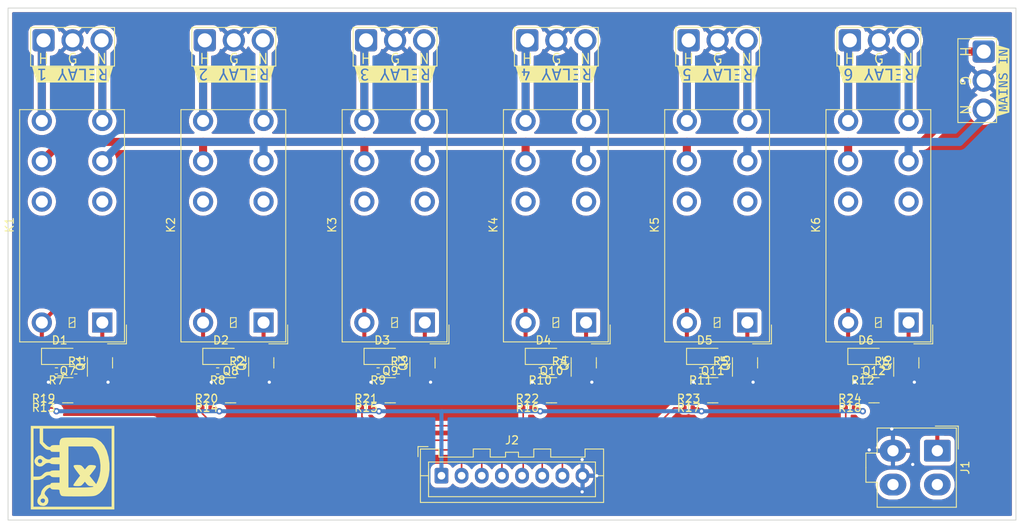
<source format=kicad_pcb>
(kicad_pcb (version 20211014) (generator pcbnew)
  (layers (0 "F.Cu" signal) (31 "B.Cu" signal) (34 "B.Paste" user) (35 "F.Paste" user) (36 "B.SilkS" user "B.Silkscreen") (37 "F.SilkS" user "F.Silkscreen") (38 "B.Mask" user) (39 "F.Mask" user) (44 "Edge.Cuts" user))
  (net 0 "")
  (net 1 "VCC")
  (net 2 "Net-(D1-Pad2)")
  (net 3 "Net-(D2-Pad2)")
  (net 4 "Net-(D3-Pad2)")
  (net 5 "Net-(D4-Pad2)")
  (net 6 "Net-(D5-Pad2)")
  (net 7 "Net-(D6-Pad2)")
  (net 8 "VPWR")
  (net 9 "GND")
  (net 10 "+30V")
  (net 11 "VDD")
  (net 12 "/MAINS-1")
  (net 13 "/MAINS-2")
  (net 14 "/MAINS-3")
  (net 15 "/MAINS-4")
  (net 16 "/MAINS-5")
  (net 17 "/MAINS-6")
  (net 19 "Net-(K1-Pad3)")
  (net 20 "Net-(K1-Pad4)")
  (net 21 "Net-(K1-Pad5)")
  (net 22 "Net-(K1-Pad6)")
  (net 25 "Net-(K2-Pad4)")
  (net 26 "Net-(K2-Pad5)")
  (net 29 "Net-(K3-Pad4)")
  (net 30 "Net-(K3-Pad5)")
  (net 33 "Net-(K4-Pad4)")
  (net 34 "Net-(K4-Pad5)")
  (net 37 "Net-(K5-Pad4)")
  (net 38 "Net-(K5-Pad5)")
  (net 41 "Net-(K6-Pad4)")
  (net 42 "Net-(K6-Pad5)")
  (net 44 "Net-(Q1-Pad1)")
  (net 45 "Net-(Q2-Pad1)")
  (net 46 "Net-(Q3-Pad1)")
  (net 47 "Net-(Q4-Pad1)")
  (net 48 "Net-(Q5-Pad1)")
  (net 49 "Net-(Q6-Pad1)")
  (net 50 "Net-(Q7-Pad2)")
  (net 51 "Net-(Q7-Pad3)")
  (net 52 "Net-(Q8-Pad2)")
  (net 53 "Net-(Q8-Pad3)")
  (net 54 "Net-(Q9-Pad2)")
  (net 55 "Net-(Q9-Pad3)")
  (net 56 "Net-(Q10-Pad2)")
  (net 57 "Net-(Q10-Pad3)")
  (net 58 "Net-(Q11-Pad2)")
  (net 59 "Net-(Q11-Pad3)")
  (net 60 "Net-(Q12-Pad2)")
  (net 61 "Net-(Q12-Pad3)")
  (footprint "Diode_SMD:D_SOD-123" (layer "F.Cu") (at 98.4 64.2)
    (fp_text reference "D4")
    (fp_text value "GP DIODE")
  )
  (footprint "Daxxn_Logos_Art:Daxxn_Logo_N" (layer "F.Cu") (at 40 78)
    (fp_text reference "LOGO1" hide)
    (fp_text value "LOGO" hide)
  )
  (footprint "Package_TO_SOT_SMD:SOT-23" (layer "F.Cu") (at 103.4 65 90)
    (fp_text reference "Q4")
    (fp_text value "SSM3K361R_SOT23F")
  )
  (footprint "Package_TO_SOT_SMD:SOT-23" (layer "F.Cu") (at 119.4 68.4)
    (fp_text reference "Q11")
    (fp_text value "MMBT2222A")
  )
  (footprint "Diode_SMD:D_SOD-123" (layer "F.Cu") (at 58.4 64.2)
    (fp_text reference "D2")
    (fp_text value "GP DIODE")
  )
  (footprint "Resistor_SMD:R_0402_1005Metric" (layer "F.Cu") (at 56.6 69.4 180)
    (fp_text reference "R14")
    (fp_text value "1K")
  )
  (footprint "Resistor_SMD:R_0402_1005Metric" (layer "F.Cu") (at 136.4 69.4 180)
    (fp_text reference "R18")
    (fp_text value "1K")
  )
  (footprint "Resistor_SMD:R_0402_1005Metric" (layer "F.Cu") (at 36.4 69.4 180)
    (fp_text reference "R13")
    (fp_text value "1K")
  )
  (footprint "Connector_JST:JST_XA_B08B-XASK-1_1x08_P2.50mm_Vertical" (layer "F.Cu") (at 85.75 79)
    (fp_text reference "J2")
    (fp_text value "MB-CONN")
  )
  (footprint "Daxxn_Connectors:AC-EARTH-DIRECT-WIRE" (layer "F.Cu") (at 40 25)
    (fp_text reference "MAINS1")
    (fp_text value "MAINS-OUT-1")
  )
  (footprint "Package_TO_SOT_SMD:SOT-23" (layer "F.Cu") (at 43.4 65 90)
    (fp_text reference "Q1")
    (fp_text value "SSM3K361R_SOT23F")
  )
  (footprint "Resistor_SMD:R_0402_1005Metric" (layer "F.Cu") (at 120.4 66)
    (fp_text reference "R5")
    (fp_text value "100")
  )
  (footprint "Resistor_SMD:R_0402_1005Metric" (layer "F.Cu") (at 138 66 180)
    (fp_text reference "R12")
    (fp_text value "10K")
  )
  (footprint "Resistor_SMD:R_0402_1005Metric" (layer "F.Cu") (at 100.4 66)
    (fp_text reference "R4")
    (fp_text value "100")
  )
  (footprint "Relay_THT:Relay_DPDT_Panasonic_JW2" (layer "F.Cu") (at 143.6875 60 90)
    (fp_text reference "K6")
    (fp_text value "JW2SN")
  )
  (footprint "Package_TO_SOT_SMD:SOT-23" (layer "F.Cu") (at 139.4 68.4)
    (fp_text reference "Q12")
    (fp_text value "MMBT2222A")
  )
  (footprint "Diode_SMD:D_SOD-123" (layer "F.Cu") (at 38.4 64.2)
    (fp_text reference "D1")
    (fp_text value "GP DIODE")
  )
  (footprint "Resistor_SMD:R_0402_1005Metric" (layer "F.Cu") (at 96.4 69.4 180)
    (fp_text reference "R16")
    (fp_text value "1K")
  )
  (footprint "Package_TO_SOT_SMD:SOT-23" (layer "F.Cu") (at 63.4 65 90)
    (fp_text reference "Q2")
    (fp_text value "SSM3K361R_SOT23F")
  )
  (footprint "Resistor_SMD:R_0402_1005Metric" (layer "F.Cu") (at 116.4 70.6)
    (fp_text reference "R23")
    (fp_text value "10K")
  )
  (footprint "Resistor_SMD:R_0402_1005Metric" (layer "F.Cu") (at 96.4 70.6)
    (fp_text reference "R22")
    (fp_text value "10K")
  )
  (footprint "Relay_THT:Relay_DPDT_Panasonic_JW2" (layer "F.Cu") (at 43.6875 60 90)
    (fp_text reference "K1")
    (fp_text value "JW2SN")
  )
  (footprint "Package_TO_SOT_SMD:SOT-23" (layer "F.Cu") (at 83.4 65 90)
    (fp_text reference "Q3")
    (fp_text value "SSM3K361R_SOT23F")
  )
  (footprint "Relay_THT:Relay_DPDT_Panasonic_JW2" (layer "F.Cu") (at 123.6875 60 90)
    (fp_text reference "K5")
    (fp_text value "JW2SN")
  )
  (footprint "Package_TO_SOT_SMD:SOT-23" (layer "F.Cu") (at 123.4 65 90)
    (fp_text reference "Q5")
    (fp_text value "SSM3K361R_SOT23F")
  )
  (footprint "Resistor_SMD:R_0402_1005Metric" (layer "F.Cu") (at 117.9 66 180)
    (fp_text reference "R11")
    (fp_text value "10K")
  )
  (footprint "kibuzzard-63F40C7D" (layer "F.Cu") (at 155.4 30 90)
    (fp_text reference "kibuzzard-63F40C7D" hide)
    (fp_text value "G***" hide)
  )
  (footprint "Resistor_SMD:R_0402_1005Metric" (layer "F.Cu") (at 56.6 70.6)
    (fp_text reference "R20")
    (fp_text value "10K")
  )
  (footprint "Daxxn_Connectors:4-Pin_Molex_Mini-Fit_Jr_Vertical" (layer "F.Cu") (at 147.25 75.9 -90)
    (fp_text reference "J1")
    (fp_text value "PWR-CONN")
  )
  (footprint "kibuzzard-63F40C44" (layer "F.Cu") (at 100 29.25 180)
    (fp_text reference "kibuzzard-63F40C44" hide)
    (fp_text value "G***" hide)
  )
  (footprint "Resistor_SMD:R_0402_1005Metric" (layer "F.Cu") (at 36.4 70.6)
    (fp_text reference "R19")
    (fp_text value "10K")
  )
  (footprint "Resistor_SMD:R_0402_1005Metric" (layer "F.Cu") (at 98 66 180)
    (fp_text reference "R10")
    (fp_text value "10K")
  )
  (footprint "Resistor_SMD:R_0402_1005Metric" (layer "F.Cu") (at 140.4 66)
    (fp_text reference "R6")
    (fp_text value "100")
  )
  (footprint "Diode_SMD:D_SOD-123" (layer "F.Cu") (at 138.4 64.2)
    (fp_text reference "D6")
    (fp_text value "GP DIODE")
  )
  (footprint "Resistor_SMD:R_0402_1005Metric" (layer "F.Cu") (at 40.4 66)
    (fp_text reference "R1")
    (fp_text value "100")
  )
  (footprint "Package_TO_SOT_SMD:SOT-23" (layer "F.Cu") (at 79.4 68.4)
    (fp_text reference "Q9")
    (fp_text value "MMBT2222A")
  )
  (footprint "Resistor_SMD:R_0402_1005Metric" (layer "F.Cu") (at 136.4 70.6)
    (fp_text reference "R24")
    (fp_text value "10K")
  )
  (footprint "Daxxn_Connectors:AC-EARTH-DIRECT-WIRE" (layer "F.Cu") (at 120 25)
    (fp_text reference "MAINS5")
    (fp_text value "MAINS-OUT-5")
  )
  (footprint "Daxxn_Connectors:AC-EARTH-DIRECT-WIRE" (layer "F.Cu") (at 140 25)
    (fp_text reference "MAINS6")
    (fp_text value "MAINS-OUT-6")
  )
  (footprint "kibuzzard-63F40C51" (layer "F.Cu") (at 60 29.25 180)
    (fp_text reference "kibuzzard-63F40C51" hide)
    (fp_text value "G***" hide)
  )
  (footprint "Package_TO_SOT_SMD:SOT-23" (layer "F.Cu") (at 99.4 68.4)
    (fp_text reference "Q10")
    (fp_text value "MMBT2222A")
  )
  (footprint "Daxxn_Connectors:AC-EARTH-DIRECT-WIRE" (layer "F.Cu") (at 60 25)
    (fp_text reference "MAINS2")
    (fp_text value "MAINS-OUT-2")
  )
  (footprint "Resistor_SMD:R_0402_1005Metric" (layer "F.Cu") (at 77.9 66 180)
    (fp_text reference "R9")
    (fp_text value "10K")
  )
  (footprint "Package_TO_SOT_SMD:SOT-23" (layer "F.Cu") (at 39.4 68.4)
    (fp_text reference "Q7")
    (fp_text value "MMBT2222A")
  )
  (footprint "kibuzzard-63F40C57" (layer "F.Cu") (at 40 29.25 180)
    (fp_text reference "kibuzzard-63F40C57" hide)
    (fp_text value "G***" hide)
  )
  (footprint "Relay_THT:Relay_DPDT_Panasonic_JW2" (layer "F.Cu") (at 103.6875 60 90)
    (fp_text reference "K4")
    (fp_text value "JW2SN")
  )
  (footprint "Resistor_SMD:R_0402_1005Metric" (layer "F.Cu") (at 58 66 180)
    (fp_text reference "R8")
    (fp_text value "10K")
  )
  (footprint "Diode_SMD:D_SOD-123" (layer "F.Cu") (at 78.4 64.2)
    (fp_text reference "D3")
    (fp_text value "GP DIODE")
  )
  (footprint "Daxxn_Connectors:AC-EARTH-DIRECT-WIRE" (layer "F.Cu") (at 80 25)
    (fp_text reference "MAINS-3")
    (fp_text value "MAINS-OUT-3")
  )
  (footprint "Resistor_SMD:R_0402_1005Metric" (layer "F.Cu") (at 80.4 66)
    (fp_text reference "R3")
    (fp_text value "100")
  )
  (footprint "Relay_THT:Relay_DPDT_Panasonic_JW2" (layer "F.Cu") (at 83.6875 60 90)
    (fp_text reference "K3")
    (fp_text value "JW2SN")
  )
  (footprint "Resistor_SMD:R_0402_1005Metric" (layer "F.Cu") (at 116.4 69.4 180)
    (fp_text reference "R17")
    (fp_text value "1K")
  )
  (footprint "Diode_SMD:D_SOD-123" (layer "F.Cu") (at 118.4 64.2)
    (fp_text reference "D5")
    (fp_text value "GP DIODE")
  )
  (footprint "kibuzzard-63F40C4B" (layer "F.Cu") (at 80 29.25 180)
    (fp_text reference "kibuzzard-63F40C4B" hide)
    (fp_text value "G***" hide)
  )
  (footprint "Resistor_SMD:R_0402_1005Metric" (layer "F.Cu") (at 38 66 180)
    (fp_text reference "R7")
    (fp_text value "10K")
  )
  (footprint "Package_TO_SOT_SMD:SOT-23" (layer "F.Cu") (at 59.6 68.4)
    (fp_text reference "Q8")
    (fp_text value "MMBT2222A")
  )
  (footprint "kibuzzard-63F40C3C" (layer "F.Cu") (at 140 29.25 180)
    (fp_text reference "kibuzzard-63F40C3C" hide)
    (fp_text value "G***" hide)
  )
  (footprint "Package_TO_SOT_SMD:SOT-23" (layer "F.Cu") (at 143.4 65 90)
    (fp_text reference "Q6")
    (fp_text value "SSM3K361R_SOT23F")
  )
  (footprint "Relay_THT:Relay_DPDT_Panasonic_JW2" (layer "F.Cu") (at 63.6875 60 90)
    (fp_text reference "K2")
    (fp_text value "JW2SN")
  )
  (footprint "Resistor_SMD:R_0402_1005Metric" (layer "F.Cu") (at 60.4 66)
    (fp_text reference "R2")
    (fp_text value "100")
  )
  (footprint "Resistor_SMD:R_0402_1005Metric" (layer "F.Cu") (at 76.4 69.4 180)
    (fp_text reference "R15")
    (fp_text value "1K")
  )
  (footprint "Resistor_SMD:R_0402_1005Metric" (layer "F.Cu") (at 76.4 70.6)
    (fp_text reference "R21")
    (fp_text value "10K")
  )
  (footprint "kibuzzard-63F40C33" (layer "F.Cu") (at 120 29.25 180)
    (fp_text reference "kibuzzard-63F40C33" hide)
    (fp_text value "G***" hide)
  )
  (footprint "Daxxn_Connectors:AC-EARTH-DIRECT-WIRE" (layer "F.Cu") (at 153 30 -90)
    (fp_text reference "MAINS0")
    (fp_text value "MAINS-IN")
  )
  (footprint "Daxxn_Connectors:AC-EARTH-DIRECT-WIRE" (layer "F.Cu") (at 100 25)
    (fp_text reference "MAINS4")
    (fp_text value "MAINS-OUT-4")
  )
  (gr_rect (start 32 21) (end 157 84.5) (layer "Edge.Cuts") (width 0.1) (fill none))
  (segment (start 56.1875 60) (end 56.1875 57.1875) (width 0.5) (layer "F.Cu") (net 1))
  (segment (start 37.49 66) (end 37 66) (width 0.2) (layer "F.Cu") (net 1))
  (segment (start 116 57) (end 96 57) (width 0.5) (layer "F.Cu") (net 1))
  (segment (start 116 57) (end 136 57) (width 0.5) (layer "F.Cu") (net 1))
  (segment (start 136.75 62.75) (end 136.75 64.2) (width 0.5) (layer "F.Cu") (net 1))
  (segment (start 137.49 66) (end 137 66) (width 0.2) (layer "F.Cu") (net 1))
  (segment (start 36.75 65.75) (end 36.75 64.2) (width 0.2) (layer "F.Cu") (net 1))
  (segment (start 136.75 65.75) (end 136.75 64.2) (width 0.2) (layer "F.Cu") (net 1))
  (segment (start 116.75 62.75) (end 116.75 64.2) (width 0.5) (layer "F.Cu") (net 1))
  (segment (start 116.1875 57.1875) (end 116 57) (width 0.5) (layer "F.Cu") (net 1))
  (segment (start 96.75 65.75) (end 96.75 64.2) (width 0.2) (layer "F.Cu") (net 1))
  (segment (start 136.1875 60) (end 136.1875 62.1875) (width 0.5) (layer "F.Cu") (net 1))
  (segment (start 136.1875 60) (end 136.1875 57.1875) (width 0.5) (layer "F.Cu") (net 1))
  (segment (start 56.1875 57.1875) (end 56 57) (width 0.5) (layer "F.Cu") (net 1))
  (segment (start 36.1875 62.1875) (end 36.75 62.75) (width 0.5) (layer "F.Cu") (net 1))
  (segment (start 96 57) (end 76 57) (width 0.5) (layer "F.Cu") (net 1))
  (segment (start 56.75 65.75) (end 56.75 64.2) (width 0.2) (layer "F.Cu") (net 1))
  (segment (start 137 66) (end 136.75 65.75) (width 0.2) (layer "F.Cu") (net 1))
  (segment (start 76.75 62.75) (end 76.75 64.2) (width 0.5) (layer "F.Cu") (net 1))
  (segment (start 96.1875 62.1875) (end 96.75 62.75) (width 0.5) (layer "F.Cu") (net 1))
  (segment (start 147.25 59.25) (end 147.25 75.9) (width 0.5) (layer "F.Cu") (net 1))
  (segment (start 37 66) (end 36.75 65.75) (width 0.2) (layer "F.Cu") (net 1))
  (segment (start 76.75 65.75) (end 76.75 64.2) (width 0.2) (layer "F.Cu") (net 1))
  (segment (start 136 57) (end 145 57) (width 0.5) (layer "F.Cu") (net 1))
  (segment (start 76.1875 60) (end 76.1875 57.1875) (width 0.5) (layer "F.Cu") (net 1))
  (segment (start 96.75 62.75) (end 96.75 64.2) (width 0.5) (layer "F.Cu") (net 1))
  (segment (start 76 57) (end 56 57) (width 0.5) (layer "F.Cu") (net 1))
  (segment (start 76.1875 60) (end 76.1875 62.1875) (width 0.5) (layer "F.Cu") (net 1))
  (segment (start 96.1875 57.1875) (end 96 57) (width 0.5) (layer "F.Cu") (net 1))
  (segment (start 136.1875 62.1875) (end 136.75 62.75) (width 0.5) (layer "F.Cu") (net 1))
  (segment (start 57 66) (end 56.75 65.75) (width 0.2) (layer "F.Cu") (net 1))
  (segment (start 77 66) (end 76.75 65.75) (width 0.2) (layer "F.Cu") (net 1))
  (segment (start 39.1875 57) (end 36.1875 60) (width 0.5) (layer "F.Cu") (net 1))
  (segment (start 116.1875 60) (end 116.1875 62.1875) (width 0.5) (layer "F.Cu") (net 1))
  (segment (start 76.1875 57.1875) (end 76 57) (width 0.5) (layer "F.Cu") (net 1))
  (segment (start 116.1875 62.1875) (end 116.75 62.75) (width 0.5) (layer "F.Cu") (net 1))
  (segment (start 116.75 65.75) (end 116.75 64.2) (width 0.2) (layer "F.Cu") (net 1))
  (segment (start 96.1875 60) (end 96.1875 62.1875) (width 0.5) (layer "F.Cu") (net 1))
  (segment (start 56.75 62.75) (end 56.75 64.2) (width 0.5) (layer "F.Cu") (net 1))
  (segment (start 56.1875 62.1875) (end 56.75 62.75) (width 0.5) (layer "F.Cu") (net 1))
  (segment (start 136.1875 57.1875) (end 136 57) (width 0.5) (layer "F.Cu") (net 1))
  (segment (start 145 57) (end 147.25 59.25) (width 0.5) (layer "F.Cu") (net 1))
  (segment (start 96.1875 60) (end 96.1875 57.1875) (width 0.5) (layer "F.Cu") (net 1))
  (segment (start 117.39 66) (end 117 66) (width 0.2) (layer "F.Cu") (net 1))
  (segment (start 76.1875 62.1875) (end 76.75 62.75) (width 0.5) (layer "F.Cu") (net 1))
  (segment (start 36.1875 60) (end 36.1875 62.1875) (width 0.5) (layer "F.Cu") (net 1))
  (segment (start 117 66) (end 116.75 65.75) (width 0.2) (layer "F.Cu") (net 1))
  (segment (start 36.75 62.75) (end 36.75 64.2) (width 0.5) (layer "F.Cu") (net 1))
  (segment (start 116.1875 60) (end 116.1875 57.1875) (width 0.5) (layer "F.Cu") (net 1))
  (segment (start 77.39 66) (end 77 66) (width 0.2) (layer "F.Cu") (net 1))
  (segment (start 57.49 66) (end 57 66) (width 0.2) (layer "F.Cu") (net 1))
  (segment (start 97.49 66) (end 97 66) (width 0.2) (layer "F.Cu") (net 1))
  (segment (start 97 66) (end 96.75 65.75) (width 0.2) (layer "F.Cu") (net 1))
  (segment (start 56.1875 60) (end 56.1875 62.1875) (width 0.5) (layer "F.Cu") (net 1))
  (segment (start 56 57) (end 39.1875 57) (width 0.5) (layer "F.Cu") (net 1))
  (segment (start 43.2625 64.2) (end 43.4 64.0625) (width 0.5) (layer "F.Cu") (net 2))
  (segment (start 43.6875 62.3125) (end 43.6875 60) (width 0.5) (layer "F.Cu") (net 2))
  (segment (start 40.05 64.2) (end 43.2625 64.2) (width 0.5) (layer "F.Cu") (net 2))
  (segment (start 43.4 64.0625) (end 43.4 62.6) (width 0.5) (layer "F.Cu") (net 2))
  (segment (start 43.4 62.6) (end 43.6875 62.3125) (width 0.5) (layer "F.Cu") (net 2))
  (segment (start 63.4 64.0625) (end 63.4 62.6) (width 0.5) (layer "F.Cu") (net 3))
  (segment (start 63.6875 62.3125) (end 63.6875 60) (width 0.5) (layer "F.Cu") (net 3))
  (segment (start 63.2625 64.2) (end 63.4 64.0625) (width 0.5) (layer "F.Cu") (net 3))
  (segment (start 60.05 64.2) (end 63.2625 64.2) (width 0.5) (layer "F.Cu") (net 3))
  (segment (start 63.4 62.6) (end 63.6875 62.3125) (width 0.5) (layer "F.Cu") (net 3))
  (segment (start 83.4 62.6) (end 83.6875 62.3125) (width 0.5) (layer "F.Cu") (net 4))
  (segment (start 83.4 64.0625) (end 83.4 62.6) (width 0.5) (layer "F.Cu") (net 4))
  (segment (start 83.6875 62.3125) (end 83.6875 60) (width 0.5) (layer "F.Cu") (net 4))
  (segment (start 80.05 64.2) (end 83.2625 64.2) (width 0.5) (layer "F.Cu") (net 4))
  (segment (start 83.2625 64.2) (end 83.4 64.0625) (width 0.5) (layer "F.Cu") (net 4))
  (segment (start 103.6875 62.3125) (end 103.6875 60) (width 0.5) (layer "F.Cu") (net 5))
  (segment (start 103.4 64.0625) (end 103.4 62.6) (width 0.5) (layer "F.Cu") (net 5))
  (segment (start 100.05 64.2) (end 103.2625 64.2) (width 0.5) (layer "F.Cu") (net 5))
  (segment (start 103.2625 64.2) (end 103.4 64.0625) (width 0.5) (layer "F.Cu") (net 5))
  (segment (start 103.4 62.6) (end 103.6875 62.3125) (width 0.5) (layer "F.Cu") (net 5))
  (segment (start 123.6875 62.3125) (end 123.6875 60) (width 0.5) (layer "F.Cu") (net 6))
  (segment (start 123.4 62.6) (end 123.6875 62.3125) (width 0.5) (layer "F.Cu") (net 6))
  (segment (start 120.05 64.2) (end 123.2625 64.2) (width 0.5) (layer "F.Cu") (net 6))
  (segment (start 123.2625 64.2) (end 123.4 64.0625) (width 0.5) (layer "F.Cu") (net 6))
  (segment (start 123.4 64.0625) (end 123.4 62.6) (width 0.5) (layer "F.Cu") (net 6))
  (segment (start 143.2625 64.2) (end 143.4 64.0625) (width 0.5) (layer "F.Cu") (net 7))
  (segment (start 143.4 62.6) (end 143.6875 62.3125) (width 0.5) (layer "F.Cu") (net 7))
  (segment (start 140.05 64.2) (end 143.2625 64.2) (width 0.5) (layer "F.Cu") (net 7))
  (segment (start 143.4 64.0625) (end 143.4 62.6) (width 0.5) (layer "F.Cu") (net 7))
  (segment (start 143.6875 62.3125) (end 143.6875 60) (width 0.5) (layer "F.Cu") (net 7))
  (via (at 150.4 30) (size 0.8) (drill 0.4) (layers "F.Cu" "B.Cu") (net 9))
  (via (at 137 67.4) (size 0.8) (drill 0.4) (layers "F.Cu" "B.Cu") (net 9))
  (via (at 57.2 67.4) (size 0.8) (drill 0.4) (layers "F.Cu" "B.Cu") (net 9))
  (via (at 77 67.4) (size 0.8) (drill 0.4) (layers "F.Cu" "B.Cu") (net 9))
  (via (at 144.2 77.6) (size 0.8) (drill 0.4) (layers "F.Cu" "B.Cu") (net 9))
  (via (at 97 67.4) (size 0.8) (drill 0.4) (layers "F.Cu" "B.Cu") (net 9))
  (via (at 84.4 67.4) (size 0.8) (drill 0.4) (layers "F.Cu" "B.Cu") (net 9))
  (via (at 103.2 77) (size 0.8) (drill 0.4) (layers "F.Cu" "B.Cu") (net 9))
  (via (at 37 67.4) (size 0.8) (drill 0.4) (layers "F.Cu" "B.Cu") (net 9))
  (via (at 40 28) (size 0.8) (drill 0.4) (layers "F.Cu" "B.Cu") (net 9))
  (via (at 138.8 75.8) (size 0.8) (drill 0.4) (layers "F.Cu" "B.Cu") (net 9))
  (via (at 60 28) (size 0.8) (drill 0.4) (layers "F.Cu" "B.Cu") (net 9))
  (via (at 105 79) (size 0.8) (drill 0.4) (layers "F.Cu" "B.Cu") (net 9))
  (via (at 104.4 67.4) (size 0.8) (drill 0.4) (layers "F.Cu" "B.Cu") (net 9))
  (via (at 100 28) (size 0.8) (drill 0.4) (layers "F.Cu" "B.Cu") (net 9))
  (via (at 80 28) (size 0.8) (drill 0.4) (layers "F.Cu" "B.Cu") (net 9))
  (via (at 117 67.4) (size 0.8) (drill 0.4) (layers "F.Cu" "B.Cu") (net 9))
  (via (at 44.4 67.4) (size 0.8) (drill 0.4) (layers "F.Cu" "B.Cu") (net 9))
  (via (at 144.4 67.4) (size 0.8) (drill 0.4) (layers "F.Cu" "B.Cu") (net 9))
  (via (at 120 28) (size 0.8) (drill 0.4) (layers "F.Cu" "B.Cu") (net 9))
  (via (at 141.6 73.2) (size 0.8) (drill 0.4) (layers "F.Cu" "B.Cu") (net 9))
  (via (at 124.4 67.4) (size 0.8) (drill 0.4) (layers "F.Cu" "B.Cu") (net 9))
  (via (at 140 28) (size 0.8) (drill 0.4) (layers "F.Cu" "B.Cu") (net 9))
  (via (at 64.4 67.4) (size 0.8) (drill 0.4) (layers "F.Cu" "B.Cu") (net 9))
  (via (at 103.2 81) (size 0.8) (drill 0.4) (layers "F.Cu" "B.Cu") (net 9))
  (segment (start 137.6 70.6) (end 136.91 70.6) (width 0.2) (layer "F.Cu") (net 11))
  (segment (start 96.91 70.6) (end 97.6 70.6) (width 0.2) (layer "F.Cu") (net 11))
  (segment (start 37.6 70.6) (end 36.91 70.6) (width 0.2) (layer "F.Cu") (net 11))
  (segment (start 57.8 70.6) (end 58.2 71) (width 0.2) (layer "F.Cu") (net 11))
  (segment (start 97.6 70.6) (end 98 71) (width 0.2) (layer "F.Cu") (net 11))
  (segment (start 117.6 70.6) (end 118 71) (width 0.2) (layer "F.Cu") (net 11))
  (segment (start 76.91 70.6) (end 77.6 70.6) (width 0.2) (layer "F.Cu") (net 11))
  (segment (start 138 71) (end 137.6 70.6) (width 0.2) (layer "F.Cu") (net 11))
  (segment (start 77.6 70.6) (end 78 71) (width 0.2) (layer "F.Cu") (net 11))
  (segment (start 116.91 70.6) (end 117.6 70.6) (width 0.2) (layer "F.Cu") (net 11))
  (segment (start 57.11 70.6) (end 57.8 70.6) (width 0.2) (layer "F.Cu") (net 11))
  (segment (start 38 71) (end 37.6 70.6) (width 0.2) (layer "F.Cu") (net 11))
  (via (at 58.2 71) (size 0.8) (drill 0.4) (layers "F.Cu" "B.Cu") (net 11))
  (via (at 98 71) (size 0.8) (drill 0.4) (layers "F.Cu" "B.Cu") (net 11))
  (via (at 38 71) (size 0.8) (drill 0.4) (layers "F.Cu" "B.Cu") (net 11))
  (via (at 138 71) (size 0.8) (drill 0.4) (layers "F.Cu" "B.Cu") (net 11))
  (via (at 78 71) (size 0.8) (drill 0.4) (layers "F.Cu" "B.Cu") (net 11))
  (via (at 118 71) (size 0.8) (drill 0.4) (layers "F.Cu" "B.Cu") (net 11))
  (segment (start 78 71) (end 85.8 71) (width 0.5) (layer "B.Cu") (net 11))
  (segment (start 85.75 71.05) (end 85.8 71) (width 0.5) (layer "B.Cu") (net 11))
  (segment (start 85.8 71) (end 98 71) (width 0.5) (layer "B.Cu") (net 11))
  (segment (start 138 71) (end 118 71) (width 0.5) (layer "B.Cu") (net 11))
  (segment (start 38 71) (end 58.2 71) (width 0.5) (layer "B.Cu") (net 11))
  (segment (start 98 71) (end 118 71) (width 0.5) (layer "B.Cu") (net 11))
  (segment (start 58.2 71) (end 78 71) (width 0.5) (layer "B.Cu") (net 11))
  (segment (start 85.75 79) (end 85.75 71.05) (width 0.5) (layer "B.Cu") (net 11))
  (segment (start 35.89 69.4) (end 35.89 70.6) (width 0.2) (layer "F.Cu") (net 12))
  (segment (start 35.89 70.6) (end 35.89 71.29) (width 0.2) (layer "F.Cu") (net 12))
  (segment (start 35.89 71.29) (end 36.8 72.2) (width 0.2) (layer "F.Cu") (net 12))
  (segment (start 86.8 75.8) (end 88.25 77.25) (width 0.2) (layer "F.Cu") (net 12))
  (segment (start 36.8 72.2) (end 50 72.2) (width 0.2) (layer "F.Cu") (net 12))
  (segment (start 88.25 77.25) (end 88.25 79) (width 0.2) (layer "F.Cu") (net 12))
  (segment (start 50 72.2) (end 53.6 75.8) (width 0.2) (layer "F.Cu") (net 12))
  (segment (start 53.6 75.8) (end 86.8 75.8) (width 0.2) (layer "F.Cu") (net 12))
  (segment (start 56.09 70.6) (end 56.09 71.29) (width 0.2) (layer "F.Cu") (net 13))
  (segment (start 90.75 76.75) (end 90.75 79) (width 0.2) (layer "F.Cu") (net 13))
  (segment (start 59.4 74.6) (end 88.6 74.6) (width 0.2) (layer "F.Cu") (net 13))
  (segment (start 56.09 71.29) (end 59.4 74.6) (width 0.2) (layer "F.Cu") (net 13))
  (segment (start 56.09 69.4) (end 56.09 70.6) (width 0.2) (layer "F.Cu") (net 13))
  (segment (start 88.6 74.6) (end 90.75 76.75) (width 0.2) (layer "F.Cu") (net 13))
  (segment (start 75.89 70.6) (end 75.89 71.69) (width 0.2) (layer "F.Cu") (net 14))
  (segment (start 77 72.8) (end 90.4 72.8) (width 0.2) (layer "F.Cu") (net 14))
  (segment (start 93.25 75.65) (end 93.25 79) (width 0.2) (layer "F.Cu") (net 14))
  (segment (start 75.89 69.4) (end 75.89 70.6) (width 0.2) (layer "F.Cu") (net 14))
  (segment (start 75.89 71.69) (end 77 72.8) (width 0.2) (layer "F.Cu") (net 14))
  (segment (start 90.4 72.8) (end 93.25 75.65) (width 0.2) (layer "F.Cu") (net 14))
  (segment (start 95.89 70.6) (end 95.89 78.86) (width 0.2) (layer "F.Cu") (net 15))
  (segment (start 95.89 78.86) (end 95.75 79) (width 0.2) (layer "F.Cu") (net 15))
  (segment (start 95.89 69.4) (end 95.89 70.6) (width 0.2) (layer "F.Cu") (net 15))
  (segment (start 100.4 73.4) (end 98.25 75.55) (width 0.2) (layer "F.Cu") (net 16))
  (segment (start 98.25 75.55) (end 98.25 79) (width 0.2) (layer "F.Cu") (net 16))
  (segment (start 115.89 69.4) (end 115.89 70.6) (width 0.2) (layer "F.Cu") (net 16))
  (segment (start 115.89 70.6) (end 114.6 70.6) (width 0.2) (layer "F.Cu") (net 16))
  (segment (start 114.6 70.6) (end 111.8 73.4) (width 0.2) (layer "F.Cu") (net 16))
  (segment (start 111.8 73.4) (end 100.4 73.4) (width 0.2) (layer "F.Cu") (net 16))
  (segment (start 100.75 79) (end 100.75 77.25) (width 0.2) (layer "F.Cu") (net 17))
  (segment (start 102.2 75.8) (end 132.2 75.8) (width 0.2) (layer "F.Cu") (net 17))
  (segment (start 135.89 72.11) (end 135.89 70.6) (width 0.2) (layer "F.Cu") (net 17))
  (segment (start 132.2 75.8) (end 135.89 72.11) (width 0.2) (layer "F.Cu") (net 17))
  (segment (start 135.89 69.4) (end 135.89 70.6) (width 0.2) (layer "F.Cu") (net 17))
  (segment (start 100.75 77.25) (end 102.2 75.8) (width 0.2) (layer "F.Cu") (net 17))
  (segment (start 46.0875 37.6) (end 43.6875 40) (width 1) (layer "B.Cu") (net 19))
  (segment (start 63.6 37.6) (end 46.0875 37.6) (width 1) (layer "B.Cu") (net 19))
  (segment (start 83.6875 37.6875) (end 83.6 37.6) (width 1) (layer "B.Cu") (net 19))
  (segment (start 63.6875 37.6875) (end 63.6 37.6) (width 1) (layer "B.Cu") (net 19))
  (segment (start 123.6875 37.6875) (end 123.6 37.6) (width 1) (layer "B.Cu") (net 19))
  (segment (start 103.6 37.6) (end 83.6 37.6) (width 1) (layer "B.Cu") (net 19))
  (segment (start 103.6875 40) (end 103.6875 37.6875) (width 1) (layer "B.Cu") (net 19))
  (segment (start 123.6 37.6) (end 103.6 37.6) (width 1) (layer "B.Cu") (net 19))
  (segment (start 143.6875 40) (end 143.6875 37.6875) (width 1) (layer "B.Cu") (net 19))
  (segment (start 153 33.6) (end 153 34.6) (width 1) (layer "B.Cu") (net 19))
  (segment (start 150 37.6) (end 143.6 37.6) (width 1) (layer "B.Cu") (net 19))
  (segment (start 153 34.6) (end 150 37.6) (width 1) (layer "B.Cu") (net 19))
  (segment (start 143.6 37.6) (end 123.6 37.6) (width 1) (layer "B.Cu") (net 19))
  (segment (start 83.6875 40) (end 83.6875 37.6875) (width 1) (layer "B.Cu") (net 19))
  (segment (start 143.6875 37.6875) (end 143.6 37.6) (width 1) (layer "B.Cu") (net 19))
  (segment (start 103.6875 37.6875) (end 103.6 37.6) (width 1) (layer "B.Cu") (net 19))
  (segment (start 63.6875 40) (end 63.6875 37.6875) (width 1) (layer "B.Cu") (net 19))
  (segment (start 83.6 37.6) (end 63.6 37.6) (width 1) (layer "B.Cu") (net 19))
  (segment (start 123.6875 40) (end 123.6875 37.6875) (width 1) (layer "B.Cu") (net 19))
  (segment (start 43.6875 35) (end 43.6875 25.0875) (width 1) (layer "F.Cu") (net 20))
  (segment (start 43.6875 25.0875) (end 43.6 25) (width 1) (layer "F.Cu") (net 20))
  (segment (start 43.6875 35) (end 43.6875 25.0875) (width 1) (layer "B.Cu") (net 20))
  (segment (start 43.6875 25.0875) (end 43.6 25) (width 1) (layer "B.Cu") (net 20))
  (segment (start 36.1875 35) (end 36.1875 25.2125) (width 1) (layer "F.Cu") (net 21))
  (segment (start 36.1875 25.2125) (end 36.4 25) (width 1) (layer "F.Cu") (net 21))
  (segment (start 36.1875 25.2125) (end 36.4 25) (width 1) (layer "B.Cu") (net 21))
  (segment (start 36.1875 35) (end 36.1875 25.2125) (width 1) (layer "B.Cu") (net 21))
  (segment (start 148 29) (end 148 35) (width 1) (layer "F.Cu") (net 22))
  (segment (start 56.1875 40) (end 56.1875 37.6125) (width 1) (layer "F.Cu") (net 22))
  (segment (start 56.1875 37.6125) (end 56.2 37.6) (width 1) (layer "F.Cu") (net 22))
  (segment (start 76.1875 37.6125) (end 76.2 37.6) (width 1) (layer "F.Cu") (net 22))
  (segment (start 136.1875 40) (end 136.1875 37.6125) (width 1) (layer "F.Cu") (net 22))
  (segment (start 56.2 37.6) (end 38.5875 37.6) (width 1) (layer "F.Cu") (net 22))
  (segment (start 96.2 37.6) (end 76.2 37.6) (width 1) (layer "F.Cu") (net 22))
  (segment (start 96.1875 40) (end 96.1875 37.6125) (width 1) (layer "F.Cu") (net 22))
  (segment (start 76.1875 40) (end 76.1875 37.6125) (width 1) (layer "F.Cu") (net 22))
  (segment (start 136.1875 37.6125) (end 136.2 37.6) (width 1) (layer "F.Cu") (net 22))
  (segment (start 145.4 37.6) (end 136.2 37.6) (width 1) (layer "F.Cu") (net 22))
  (segment (start 76.2 37.6) (end 56.2 37.6) (width 1) (layer "F.Cu") (net 22))
  (segment (start 153 26.4) (end 150.6 26.4) (width 1) (layer "F.Cu") (net 22))
  (segment (start 148 35) (end 145.4 37.6) (width 1) (layer "F.Cu") (net 22))
  (segment (start 116.1875 40) (end 116.1875 37.6125) (width 1) (layer "F.Cu") (net 22))
  (segment (start 136.2 37.6) (end 116.2 37.6) (width 1) (layer "F.Cu") (net 22))
  (segment (start 116.1875 37.6125) (end 116.2 37.6) (width 1) (layer "F.Cu") (net 22))
  (segment (start 38.5875 37.6) (end 36.1875 40) (width 1) (layer "F.Cu") (net 22))
  (segment (start 96.1875 37.6125) (end 96.2 37.6) (width 1) (layer "F.Cu") (net 22))
  (segment (start 150.6 26.4) (end 148 29) (width 1) (layer "F.Cu") (net 22))
  (segment (start 116.2 37.6) (end 96.2 37.6) (width 1) (layer "F.Cu") (net 22))
  (segment (start 63.6875 35) (end 63.6875 25.0875) (width 1) (layer "F.Cu") (net 25))
  (segment (start 63.6875 25.0875) (end 63.6 25) (width 1) (layer "F.Cu") (net 25))
  (segment (start 63.6875 25.0875) (end 63.6 25) (width 1) (layer "B.Cu") (net 25))
  (segment (start 63.6875 35) (end 63.6875 25.0875) (width 1) (layer "B.Cu") (net 25))
  (segment (start 56.1875 25.2125) (end 56.4 25) (width 1) (layer "F.Cu") (net 26))
  (segment (start 56.1875 35) (end 56.1875 25.2125) (width 1) (layer "F.Cu") (net 26))
  (segment (start 56.1875 35) (end 56.1875 25.2125) (width 1) (layer "B.Cu") (net 26))
  (segment (start 56.1875 25.2125) (end 56.4 25) (width 1) (layer "B.Cu") (net 26))
  (segment (start 83.6875 25.0875) (end 83.6 25) (width 1) (layer "F.Cu") (net 29))
  (segment (start 83.6875 35) (end 83.6875 25.0875) (width 1) (layer "F.Cu") (net 29))
  (segment (start 83.6875 25.0875) (end 83.6 25) (width 1) (layer "B.Cu") (net 29))
  (segment (start 83.6875 35) (end 83.6875 25.0875) (width 1) (layer "B.Cu") (net 29))
  (segment (start 76.1875 35) (end 76.1875 25.2125) (width 1) (layer "F.Cu") (net 30))
  (segment (start 76.1875 25.2125) (end 76.4 25) (width 1) (layer "F.Cu") (net 30))
  (segment (start 76.1875 35) (end 76.1875 25.2125) (width 1) (layer "B.Cu") (net 30))
  (segment (start 76.1875 25.2125) (end 76.4 25) (width 1) (layer "B.Cu") (net 30))
  (segment (start 103.6875 35) (end 103.6875 25.0875) (width 1) (layer "F.Cu") (net 33))
  (segment (start 103.6875 25.0875) (end 103.6 25) (width 1) (layer "F.Cu") (net 33))
  (segment (start 103.6875 35) (end 103.6875 25.0875) (width 1) (layer "B.Cu") (net 33))
  (segment (start 103.6875 25.0875) (end 103.6 25) (width 1) (layer "B.Cu") (net 33))
  (segment (start 96.1875 35) (end 96.1875 25.2125) (width 1) (layer "F.Cu") (net 34))
  (segment (start 96.1875 25.2125) (end 96.4 25) (width 1) (layer "F.Cu") (net 34))
  (segment (start 96.1875 25.2125) (end 96.4 25) (width 1) (layer "B.Cu") (net 34))
  (segment (start 96.1875 35) (end 96.1875 25.2125) (width 1) (layer "B.Cu") (net 34))
  (segment (start 123.6875 25.0875) (end 123.6 25) (width 1) (layer "F.Cu") (net 37))
  (segment (start 123.6875 35) (end 123.6875 25.0875) (width 1) (layer "F.Cu") (net 37))
  (segment (start 123.6875 35) (end 123.6875 25.0875) (width 1) (layer "B.Cu") (net 37))
  (segment (start 123.6875 25.0875) (end 123.6 25) (width 1) (layer "B.Cu") (net 37))
  (segment (start 116.1875 35) (end 116.1875 25.2125) (width 1) (layer "F.Cu") (net 38))
  (segment (start 116.1875 25.2125) (end 116.4 25) (width 1) (layer "F.Cu") (net 38))
  (segment (start 116.1875 25.2125) (end 116.4 25) (width 1) (layer "B.Cu") (net 38))
  (segment (start 116.1875 35) (end 116.1875 25.2125) (width 1) (layer "B.Cu") (net 38))
  (segment (start 143.6875 35) (end 143.6875 25.0875) (width 1) (layer "F.Cu") (net 41))
  (segment (start 143.6875 25.0875) (end 143.6 25) (width 1) (layer "F.Cu") (net 41))
  (segment (start 143.6875 25.0875) (end 143.6 25) (width 1) (layer "B.Cu") (net 41))
  (segment (start 143.6875 35) (end 143.6875 25.0875) (width 1) (layer "B.Cu") (net 41))
  (segment (start 136.1875 35) (end 136.1875 25.2125) (width 1) (layer "F.Cu") (net 42))
  (segment (start 136.1875 25.2125) (end 136.4 25) (width 1) (layer "F.Cu") (net 42))
  (segment (start 136.1875 25.2125) (end 136.4 25) (width 1) (layer "B.Cu") (net 42))
  (segment (start 136.1875 35) (end 136.1875 25.2125) (width 1) (layer "B.Cu") (net 42))
  (segment (start 40.91 66) (end 42.3875 66) (width 0.2) (layer "F.Cu") (net 44))
  (segment (start 42.3875 66) (end 42.45 65.9375) (width 0.2) (layer "F.Cu") (net 44))
  (segment (start 62.3875 66) (end 62.45 65.9375) (width 0.2) (layer "F.Cu") (net 45))
  (segment (start 60.91 66) (end 62.3875 66) (width 0.2) (layer "F.Cu") (net 45))
  (segment (start 80.91 66) (end 82.3875 66) (width 0.2) (layer "F.Cu") (net 46))
  (segment (start 82.3875 66) (end 82.45 65.9375) (width 0.2) (layer "F.Cu") (net 46))
  (segment (start 100.91 66) (end 102.3875 66) (width 0.2) (layer "F.Cu") (net 47))
  (segment (start 102.3875 66) (end 102.45 65.9375) (width 0.2) (layer "F.Cu") (net 47))
  (segment (start 122.3875 66) (end 122.45 65.9375) (width 0.2) (layer "F.Cu") (net 48))
  (segment (start 120.91 66) (end 122.3875 66) (width 0.2) (layer "F.Cu") (net 48))
  (segment (start 140.91 66) (end 142.3875 66) (width 0.2) (layer "F.Cu") (net 49))
  (segment (start 142.3875 66) (end 142.45 65.9375) (width 0.2) (layer "F.Cu") (net 49))
  (segment (start 36.96 69.35) (end 36.91 69.4) (width 0.2) (layer "F.Cu") (net 50))
  (segment (start 38.4625 69.35) (end 36.96 69.35) (width 0.2) (layer "F.Cu") (net 50))
  (segment (start 39.89 66) (end 39.89 66.89) (width 0.2) (layer "F.Cu") (net 51))
  (segment (start 40.3375 67.3375) (end 40.3375 68.4) (width 0.2) (layer "F.Cu") (net 51))
  (segment (start 39.89 66.89) (end 40.3375 67.3375) (width 0.2) (layer "F.Cu") (net 51))
  (segment (start 38.51 66) (end 39.89 66) (width 0.2) (layer "F.Cu") (net 51))
  (segment (start 58.6625 69.35) (end 57.16 69.35) (width 0.2) (layer "F.Cu") (net 52))
  (segment (start 57.16 69.35) (end 57.11 69.4) (width 0.2) (layer "F.Cu") (net 52))
  (segment (start 59.89 66.89) (end 60.5375 67.5375) (width 0.2) (layer "F.Cu") (net 53))
  (segment (start 58.51 66) (end 59.89 66) (width 0.2) (layer "F.Cu") (net 53))
  (segment (start 59.89 66) (end 59.89 66.89) (width 0.2) (layer "F.Cu") (net 53))
  (segment (start 60.5375 67.5375) (end 60.5375 68.4) (width 0.2) (layer "F.Cu") (net 53))
  (segment (start 76.96 69.35) (end 76.91 69.4) (width 0.2) (layer "F.Cu") (net 54))
  (segment (start 78.4625 69.35) (end 76.96 69.35) (width 0.2) (layer "F.Cu") (net 54))
  (segment (start 78.41 66) (end 79.89 66) (width 0.2) (layer "F.Cu") (net 55))
  (segment (start 79.89 66.89) (end 80.3375 67.3375) (width 0.2) (layer "F.Cu") (net 55))
  (segment (start 79.89 66) (end 79.89 66.89) (width 0.2) (layer "F.Cu") (net 55))
  (segment (start 80.3375 67.3375) (end 80.3375 68.4) (width 0.2) (layer "F.Cu") (net 55))
  (segment (start 96.96 69.35) (end 96.91 69.4) (width 0.2) (layer "F.Cu") (net 56))
  (segment (start 98.4625 69.35) (end 96.96 69.35) (width 0.2) (layer "F.Cu") (net 56))
  (segment (start 99.89 66) (end 99.89 66.89) (width 0.2) (layer "F.Cu") (net 57))
  (segment (start 98.51 66) (end 99.89 66) (width 0.2) (layer "F.Cu") (net 57))
  (segment (start 100.3375 67.3375) (end 100.3375 68.4) (width 0.2) (layer "F.Cu") (net 57))
  (segment (start 99.89 66.89) (end 100.3375 67.3375) (width 0.2) (layer "F.Cu") (net 57))
  (segment (start 116.96 69.35) (end 116.91 69.4) (width 0.2) (layer "F.Cu") (net 58))
  (segment (start 118.4625 69.35) (end 116.96 69.35) (width 0.2) (layer "F.Cu") (net 58))
  (segment (start 120.3375 67.3375) (end 120.3375 68.4) (width 0.2) (layer "F.Cu") (net 59))
  (segment (start 119.89 66) (end 119.89 66.89) (width 0.2) (layer "F.Cu") (net 59))
  (segment (start 118.41 66) (end 119.89 66) (width 0.2) (layer "F.Cu") (net 59))
  (segment (start 119.89 66.89) (end 120.3375 67.3375) (width 0.2) (layer "F.Cu") (net 59))
  (segment (start 138.4625 69.35) (end 136.96 69.35) (width 0.2) (layer "F.Cu") (net 60))
  (segment (start 136.96 69.35) (end 136.91 69.4) (width 0.2) (layer "F.Cu") (net 60))
  (segment (start 139.89 66) (end 139.89 66.89) (width 0.2) (layer "F.Cu") (net 61))
  (segment (start 138.51 66) (end 139.89 66) (width 0.2) (layer "F.Cu") (net 61))
  (segment (start 140.3375 67.3375) (end 140.3375 68.4) (width 0.2) (layer "F.Cu") (net 61))
  (segment (start 139.89 66.89) (end 140.3375 67.3375) (width 0.2) (layer "F.Cu") (net 61))
  (zone (net 9) (net_name "GND") (layers F&B.Cu) (connect_pads (clearance 0.508)) (min_thickness 0.254) (fill yes (thermal_gap 0.508) (thermal_bridge_width 0.508))
    (polygon (pts (xy 158 86) (xy 31 86) (xy 31 20) (xy 158 20)))
  )
)
</source>
